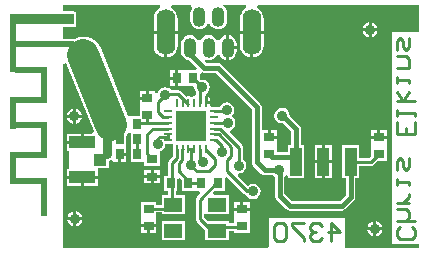
<source format=gbl>
%FSAX24Y24*%
%MOIN*%
G70*
G01*
G75*
G04 Layer_Physical_Order=2*
G04 Layer_Color=16711680*
%ADD10C,0.0394*%
%ADD11R,0.0118X0.0630*%
%ADD12O,0.0118X0.0630*%
%ADD13R,0.0315X0.0354*%
%ADD14O,0.0807X0.0236*%
%ADD15O,0.0236X0.0807*%
%ADD16R,0.0354X0.0315*%
%ADD17R,0.0354X0.0276*%
%ADD18C,0.0157*%
%ADD19C,0.0100*%
%ADD20R,0.1075X0.1032*%
%ADD21O,0.0433X0.0669*%
%ADD22C,0.0157*%
%ADD23O,0.0630X0.1535*%
%ADD24O,0.0591X0.0866*%
%ADD25C,0.0350*%
%ADD26R,0.1299X0.0945*%
%ADD27R,0.0394X0.0945*%
%ADD28R,0.0276X0.0354*%
%ADD29O,0.0276X0.0098*%
%ADD30O,0.0098X0.0276*%
%ADD31R,0.1024X0.1024*%
%ADD32R,0.0413X0.0394*%
%ADD33R,0.0866X0.0413*%
%ADD34R,0.0630X0.0492*%
%ADD35C,0.0104*%
%ADD36C,0.1080*%
%ADD37C,0.0297*%
%ADD38R,0.1504X0.1154*%
%ADD39R,0.0197X0.1063*%
%ADD40R,0.1126X0.0197*%
%ADD41R,0.1169X0.0197*%
%ADD42R,0.1098X0.0197*%
%ADD43R,0.0197X0.0945*%
%ADD44R,0.0197X0.0984*%
%ADD45R,0.1114X0.0197*%
%ADD46R,0.0197X0.1969*%
%ADD47R,0.1957X0.0354*%
%ADD48R,0.2012X0.0197*%
%ADD49R,0.1130X0.0197*%
%ADD50R,0.0197X0.1173*%
G36*
X014215Y007530D02*
X013306D01*
Y000475D01*
X014215D01*
Y000340D01*
X011750D01*
Y000340D01*
Y000384D01*
X011750Y000404D01*
X011750Y000404D01*
X011750Y000404D01*
Y001342D01*
X009193D01*
Y000404D01*
X009193Y000404D01*
X009193Y000404D01*
X009193Y000384D01*
X009149Y000340D01*
X002358D01*
Y006487D01*
X002448Y006504D01*
X003364Y004221D01*
X003313Y004146D01*
X003038D01*
Y003870D01*
X002555D01*
Y003810D01*
X002476D01*
Y003575D01*
X002555D01*
Y002984D01*
X002476D01*
Y002749D01*
X002555D01*
Y002689D01*
X003421D01*
Y002749D01*
X003500D01*
Y002984D01*
D01*
Y002984D01*
X003520Y003004D01*
X003874D01*
Y003237D01*
X003952Y003283D01*
X004012Y003251D01*
Y003201D01*
X004178D01*
Y003457D01*
X004228D01*
Y003507D01*
X004445D01*
Y003713D01*
D01*
Y003713D01*
X004445Y003713D01*
Y003713D01*
X004445D01*
X004445D01*
Y004062D01*
X004462Y004082D01*
X004514Y004177D01*
X004602Y004155D01*
Y003713D01*
D01*
X004602Y003713D01*
X004602Y003713D01*
D01*
D01*
Y003713D01*
X004602D01*
D01*
Y003201D01*
X005035D01*
D01*
X005035D01*
X005055Y003181D01*
Y003083D01*
X005567D01*
Y003516D01*
X005567D01*
Y003569D01*
X005603Y003576D01*
X005687Y003632D01*
X005743Y003716D01*
X005758Y003792D01*
X005765Y003796D01*
X005942D01*
X005992Y003806D01*
X005992Y003806D01*
X005999Y003740D01*
X005999Y003740D01*
X005999D01*
Y003655D01*
X005998Y003651D01*
Y003386D01*
X005888Y003276D01*
X005860Y003233D01*
X005850Y003183D01*
Y002751D01*
X005713D01*
Y002239D01*
X005850D01*
Y002108D01*
X005626D01*
Y001785D01*
X005449D01*
Y001862D01*
X004937D01*
Y001390D01*
X004937Y001390D01*
X004937Y001311D01*
X004937D01*
Y001125D01*
X005449D01*
Y001311D01*
D01*
Y001311D01*
X005449Y001311D01*
Y001390D01*
X005449D01*
Y001522D01*
X005626D01*
Y001459D01*
X006413D01*
Y002108D01*
X006112D01*
Y002239D01*
X006146D01*
Y002632D01*
X006230Y002667D01*
X006304Y002593D01*
Y002239D01*
X006885D01*
X006920Y002155D01*
X006809Y002045D01*
X006780Y002002D01*
X006770Y001952D01*
Y001311D01*
X006771Y001309D01*
X006770Y001307D01*
X006780Y001257D01*
X006809Y001214D01*
X007083Y000940D01*
Y000593D01*
X007870D01*
Y000896D01*
X008047D01*
Y000839D01*
X008559D01*
Y001311D01*
D01*
Y001311D01*
X008559Y001311D01*
Y001390D01*
X008559D01*
Y001576D01*
X008047D01*
Y001390D01*
X008047Y001390D01*
X008047Y001311D01*
X008047D01*
Y001159D01*
X007870D01*
Y001242D01*
X007152D01*
X007033Y001361D01*
Y001459D01*
X007083D01*
Y001459D01*
X007870D01*
Y002108D01*
X007363D01*
X007328Y002192D01*
X007375Y002239D01*
X007737D01*
Y002675D01*
X007821Y002710D01*
X008383Y002147D01*
X008391Y002136D01*
X008391Y002136D01*
X008391Y002136D01*
X008413Y002121D01*
X008434Y002107D01*
X008434Y002107D01*
X008434Y002107D01*
X008448Y002104D01*
X008490Y002041D01*
X008574Y001985D01*
X008673Y001966D01*
X008772Y001985D01*
X008856Y002041D01*
X008912Y002125D01*
X008932Y002224D01*
X008912Y002323D01*
X008856Y002407D01*
X008772Y002463D01*
X008673Y002483D01*
X008574Y002463D01*
X008493Y002409D01*
X008177Y002726D01*
X008197Y002828D01*
X008296Y002848D01*
X008380Y002904D01*
X008436Y002988D01*
X008456Y003087D01*
X008436Y003186D01*
X008380Y003270D01*
X008356Y003286D01*
Y003684D01*
X008346Y003735D01*
X008317Y003777D01*
X007905Y004189D01*
X007930Y004269D01*
X008014Y004325D01*
X008070Y004409D01*
X008089Y004508D01*
X008070Y004607D01*
X008014Y004691D01*
X007978Y004715D01*
Y004754D01*
X008034Y004838D01*
X008054Y004937D01*
X008034Y005036D01*
X007978Y005120D01*
X007894Y005176D01*
X007795Y005195D01*
X007696Y005176D01*
X007612Y005120D01*
X007562Y005045D01*
X007374D01*
X007358Y005041D01*
X007300D01*
X007245Y005082D01*
X007244Y005098D01*
X007244Y005098D01*
X007244D01*
Y005137D01*
X007113D01*
Y005187D01*
X007063D01*
Y005396D01*
X007063Y005396D01*
X007113Y005406D01*
X007102Y005465D01*
X007163Y005506D01*
X007219Y005590D01*
X007239Y005689D01*
X007219Y005788D01*
X007163Y005872D01*
X007079Y005928D01*
X006980Y005948D01*
X006980Y005948D01*
X006980Y005948D01*
X006917Y005953D01*
Y006132D01*
X006988Y006190D01*
X007028Y006182D01*
X007430D01*
X008643Y004969D01*
Y003193D01*
X008643Y003193D01*
X008653Y003142D01*
X008655Y003131D01*
X008690Y003079D01*
X008953Y002816D01*
X008953Y002816D01*
X009005Y002781D01*
X009067Y002769D01*
X009348D01*
X009368Y002738D01*
X009398Y002718D01*
Y002083D01*
X009398Y002083D01*
X009409Y002031D01*
X009411Y002021D01*
X009446Y001969D01*
X009446Y001969D01*
X009446Y001969D01*
Y001969D01*
X009784Y001631D01*
X009784Y001631D01*
X009836Y001596D01*
X009836Y001596D01*
X009836Y001596D01*
D01*
X009836Y001596D01*
X009836Y001596D01*
X009898Y001584D01*
X011630D01*
X011630Y001584D01*
X011681Y001594D01*
X011691Y001596D01*
X011743Y001631D01*
X011743Y001631D01*
X011743Y001631D01*
X012040Y001927D01*
X012040Y001927D01*
X012075Y001980D01*
X012087Y002041D01*
Y002657D01*
X012202D01*
Y003077D01*
X012602D01*
X012653Y003087D01*
X012695Y003116D01*
X012695Y003116D01*
X012695Y003116D01*
X012819Y003240D01*
X013126D01*
Y003713D01*
D01*
Y003713D01*
X013126Y003713D01*
Y003791D01*
X013126D01*
Y003978D01*
X012614D01*
Y003791D01*
X012614Y003791D01*
X012614Y003713D01*
X012614D01*
Y003406D01*
X012548Y003340D01*
X012202D01*
Y003760D01*
X011651D01*
Y002657D01*
X011766D01*
Y002107D01*
X011563Y001905D01*
X009964D01*
X009720Y002149D01*
Y002701D01*
X009793Y002755D01*
X009840Y002740D01*
Y002657D01*
X010391D01*
Y003760D01*
X010276D01*
Y004298D01*
X010264Y004359D01*
X010229Y004411D01*
X010229Y004411D01*
X009898Y004742D01*
X009900Y004752D01*
X009881Y004851D01*
X009825Y004935D01*
X009741Y004991D01*
X009642Y005011D01*
X009543Y004991D01*
X009459Y004935D01*
X009403Y004851D01*
X009383Y004752D01*
X009403Y004653D01*
X009459Y004569D01*
X009543Y004513D01*
X009642Y004493D01*
X009685Y004502D01*
X009955Y004231D01*
Y003760D01*
X009840D01*
Y003539D01*
X009477D01*
Y003711D01*
D01*
Y003711D01*
X009477Y003711D01*
Y003790D01*
X009477D01*
Y003976D01*
X009221D01*
Y004026D01*
X009171D01*
Y004262D01*
X009028D01*
X009028Y004262D01*
X009028Y004262D01*
X008965Y004262D01*
X008964Y004264D01*
Y005035D01*
X008964Y005035D01*
X008951Y005097D01*
X008940Y005114D01*
X008917Y005149D01*
X008917Y005149D01*
X007610Y006456D01*
X007558Y006491D01*
X007547Y006493D01*
X007496Y006503D01*
X007496Y006503D01*
X007115D01*
X007072Y006583D01*
X007099Y006624D01*
X007124Y006614D01*
X007201Y006604D01*
X007278Y006614D01*
X007350Y006644D01*
X007411Y006691D01*
X007459Y006753D01*
X007470Y006781D01*
X007561D01*
X007573Y006753D01*
X007620Y006691D01*
X007682Y006644D01*
X007754Y006614D01*
X007781Y006610D01*
Y007020D01*
Y007429D01*
X007754Y007425D01*
X007682Y007396D01*
X007620Y007348D01*
X007573Y007287D01*
X007561Y007259D01*
X007470D01*
X007459Y007287D01*
X007411Y007348D01*
X007350Y007396D01*
X007278Y007425D01*
X007201Y007436D01*
X007124Y007425D01*
X007052Y007396D01*
X006990Y007348D01*
X006943Y007287D01*
X006931Y007259D01*
X006840D01*
X006829Y007287D01*
X006781Y007348D01*
X006720Y007396D01*
X006648Y007425D01*
X006571Y007436D01*
X006494Y007425D01*
X006422Y007396D01*
X006360Y007348D01*
X006313Y007287D01*
X006283Y007215D01*
X006273Y007138D01*
Y006902D01*
X006283Y006824D01*
X006313Y006753D01*
X006360Y006691D01*
X006422Y006644D01*
X006494Y006614D01*
X006534Y006609D01*
X006799Y006344D01*
X006764Y006260D01*
X006445D01*
D01*
D01*
X006445Y006260D01*
X006366D01*
Y006260D01*
X006180D01*
Y006004D01*
Y005748D01*
X006366D01*
Y005748D01*
X006366D01*
X006366Y005748D01*
X006445D01*
Y005748D01*
X006673D01*
X006722Y005689D01*
X006741Y005590D01*
X006782Y005529D01*
Y005453D01*
Y005453D01*
X006720Y005406D01*
X006670Y005396D01*
X006627Y005367D01*
X006615D01*
X006573Y005396D01*
X006523Y005406D01*
X006473Y005396D01*
X006457Y005385D01*
X006284Y005557D01*
X006242Y005586D01*
X006191Y005596D01*
X005950D01*
X005931Y005624D01*
X005875Y005661D01*
X005902Y005748D01*
X006080D01*
Y005954D01*
X005894D01*
Y005748D01*
D01*
X005848Y005679D01*
X005847Y005680D01*
X005748Y005700D01*
X005649Y005680D01*
X005565Y005624D01*
X005509Y005540D01*
X005500Y005494D01*
X005409Y005503D01*
Y005563D01*
X005204D01*
Y005327D01*
X005154D01*
Y005277D01*
X004898D01*
Y005091D01*
X004898Y005091D01*
X004898Y005012D01*
X004898D01*
Y004736D01*
X004563D01*
Y004736D01*
X004497D01*
X003592Y006991D01*
X003536Y007099D01*
X003459Y007194D01*
X003366Y007273D01*
X003259Y007331D01*
X003143Y007368D01*
X003022Y007381D01*
X002900Y007371D01*
X002783Y007337D01*
X002735Y007311D01*
X002709Y007316D01*
X002358D01*
Y007707D01*
X002497D01*
X002497Y007707D01*
X002589D01*
X002589Y007707D01*
X002709D01*
X002739Y007713D01*
X002765Y007731D01*
X002783Y007757D01*
X002789Y007787D01*
Y007891D01*
X002792Y007907D01*
X002789D01*
Y008007D01*
X002792D01*
X002789Y008022D01*
Y008142D01*
X002783Y008172D01*
X002765Y008199D01*
X002739Y008216D01*
X002709Y008222D01*
X002358D01*
Y008424D01*
X005563D01*
X005581Y008335D01*
X005565Y008328D01*
X005483Y008265D01*
X005420Y008183D01*
X005380Y008087D01*
X005367Y007984D01*
Y007581D01*
X006161D01*
Y007984D01*
X006147Y008087D01*
X006108Y008183D01*
X006045Y008265D01*
X005962Y008328D01*
X005947Y008335D01*
X005964Y008424D01*
X006612D01*
X006652Y008342D01*
X006628Y008310D01*
X006598Y008238D01*
X006588Y008161D01*
Y007925D01*
X006598Y007848D01*
X006628Y007776D01*
X006675Y007715D01*
X006737Y007667D01*
X006809Y007638D01*
X006886Y007627D01*
X006963Y007638D01*
X007035Y007667D01*
X007096Y007715D01*
X007144Y007776D01*
X007155Y007804D01*
X007246D01*
X007258Y007776D01*
X007305Y007715D01*
X007367Y007667D01*
X007439Y007638D01*
X007516Y007627D01*
X007593Y007638D01*
X007665Y007667D01*
X007726Y007715D01*
X007774Y007776D01*
X007803Y007848D01*
X007814Y007925D01*
Y008161D01*
X007803Y008238D01*
X007774Y008310D01*
X007726Y008372D01*
X007665Y008419D01*
X007666Y008424D01*
X008437D01*
X008455Y008335D01*
X008439Y008328D01*
X008357Y008265D01*
X008294Y008183D01*
X008254Y008087D01*
X008241Y007984D01*
Y007581D01*
X009035D01*
Y007984D01*
X009021Y008087D01*
X008982Y008183D01*
X008919Y008265D01*
X008836Y008328D01*
X008821Y008335D01*
X008838Y008424D01*
X014215D01*
Y007530D01*
D02*
G37*
%LPC*%
G36*
X005261Y002659D02*
X005055D01*
Y002492D01*
X005261D01*
Y002659D01*
D02*
G37*
G36*
X010971Y003159D02*
X010746D01*
Y002657D01*
X010971D01*
Y003159D01*
D02*
G37*
G36*
X005567Y002659D02*
X005361D01*
Y002492D01*
X005567D01*
Y002659D01*
D02*
G37*
G36*
X008559Y001862D02*
X008353D01*
Y001676D01*
X008559D01*
Y001862D01*
D02*
G37*
G36*
X002938Y002649D02*
X002476D01*
Y002413D01*
X002938D01*
Y002649D01*
D02*
G37*
G36*
X003500D02*
X003038D01*
Y002413D01*
X003500D01*
Y002649D01*
D02*
G37*
G36*
X004445Y003407D02*
X004278D01*
Y003201D01*
X004445D01*
Y003407D01*
D02*
G37*
G36*
X010971Y003760D02*
X010746D01*
Y003259D01*
X010971D01*
Y003760D01*
D02*
G37*
G36*
X011297D02*
X011071D01*
Y003259D01*
X011297D01*
Y003760D01*
D02*
G37*
G36*
Y003159D02*
X011071D01*
Y002657D01*
X011297D01*
Y003159D01*
D02*
G37*
G36*
X005261Y002925D02*
X005055D01*
Y002759D01*
X005261D01*
Y002925D01*
D02*
G37*
G36*
X005567D02*
X005361D01*
Y002759D01*
X005567D01*
Y002925D01*
D02*
G37*
G36*
X005143Y001025D02*
X004937D01*
Y000839D01*
X005143D01*
Y001025D01*
D02*
G37*
G36*
X005449D02*
X005243D01*
Y000839D01*
X005449D01*
Y001025D01*
D02*
G37*
G36*
X012686Y001225D02*
X012637Y001215D01*
X012553Y001159D01*
X012497Y001075D01*
X012487Y001026D01*
X012686D01*
Y001225D01*
D02*
G37*
G36*
X006413Y001242D02*
X005626D01*
Y000593D01*
X006413D01*
Y001242D01*
D02*
G37*
G36*
X012686Y000926D02*
X012487D01*
X012497Y000877D01*
X012553Y000793D01*
X012637Y000737D01*
X012686Y000728D01*
Y000926D01*
D02*
G37*
G36*
X012985D02*
X012786D01*
Y000728D01*
X012835Y000737D01*
X012919Y000793D01*
X012975Y000877D01*
X012985Y000926D01*
D02*
G37*
G36*
X002690Y001556D02*
X002641Y001546D01*
X002557Y001490D01*
X002501Y001406D01*
X002491Y001357D01*
X002690D01*
Y001556D01*
D02*
G37*
G36*
X002790D02*
Y001357D01*
X002989D01*
X002979Y001406D01*
X002923Y001490D01*
X002839Y001546D01*
X002790Y001556D01*
D02*
G37*
G36*
X008253Y001862D02*
X008047D01*
Y001676D01*
X008253D01*
Y001862D01*
D02*
G37*
G36*
X012786Y001225D02*
Y001026D01*
X012985D01*
X012975Y001075D01*
X012919Y001159D01*
X012835Y001215D01*
X012786Y001225D01*
D02*
G37*
G36*
X002690Y001257D02*
X002491D01*
X002501Y001208D01*
X002557Y001124D01*
X002641Y001068D01*
X002690Y001058D01*
Y001257D01*
D02*
G37*
G36*
X002989D02*
X002790D01*
Y001058D01*
X002839Y001068D01*
X002923Y001124D01*
X002979Y001208D01*
X002989Y001257D01*
D02*
G37*
G36*
X002938Y004146D02*
X002476D01*
Y003910D01*
X002938D01*
Y004146D01*
D02*
G37*
G36*
X005714Y007481D02*
X005367D01*
Y007079D01*
X005380Y006976D01*
X005420Y006880D01*
X005483Y006798D01*
X005565Y006735D01*
X005661Y006695D01*
X005714Y006688D01*
Y007481D01*
D02*
G37*
G36*
X006161D02*
X005814D01*
Y006688D01*
X005867Y006695D01*
X005962Y006735D01*
X006045Y006798D01*
X006108Y006880D01*
X006147Y006976D01*
X006161Y007079D01*
Y007481D01*
D02*
G37*
G36*
X008588D02*
X008241D01*
Y007079D01*
X008254Y006976D01*
X008294Y006880D01*
X008357Y006798D01*
X008439Y006735D01*
X008535Y006695D01*
X008588Y006688D01*
Y007481D01*
D02*
G37*
G36*
X011750Y006043D02*
X011071D01*
Y005542D01*
X011750D01*
Y006043D01*
D02*
G37*
G36*
X006080Y006260D02*
X005894D01*
Y006054D01*
X006080D01*
Y006260D01*
D02*
G37*
G36*
X008129Y006970D02*
X007881D01*
Y006610D01*
X007908Y006614D01*
X007980Y006644D01*
X008041Y006691D01*
X008089Y006753D01*
X008118Y006824D01*
X008129Y006902D01*
Y006970D01*
D02*
G37*
G36*
X012824Y007560D02*
X012625D01*
Y007361D01*
X012674Y007371D01*
X012758Y007427D01*
X012814Y007511D01*
X012824Y007560D01*
D02*
G37*
G36*
X012525Y007859D02*
X012476Y007849D01*
X012392Y007793D01*
X012336Y007709D01*
X012326Y007660D01*
X012525D01*
Y007859D01*
D02*
G37*
G36*
X012625D02*
Y007660D01*
X012824D01*
X012814Y007709D01*
X012758Y007793D01*
X012674Y007849D01*
X012625Y007859D01*
D02*
G37*
G36*
X009035Y007481D02*
X008688D01*
Y006688D01*
X008741Y006695D01*
X008836Y006735D01*
X008919Y006798D01*
X008982Y006880D01*
X009021Y006976D01*
X009035Y007079D01*
Y007481D01*
D02*
G37*
G36*
X007881Y007429D02*
Y007070D01*
X008129D01*
Y007138D01*
X008118Y007215D01*
X008089Y007287D01*
X008041Y007348D01*
X007980Y007396D01*
X007908Y007425D01*
X007881Y007429D01*
D02*
G37*
G36*
X012525Y007560D02*
X012326D01*
X012336Y007511D01*
X012392Y007427D01*
X012476Y007371D01*
X012525Y007361D01*
Y007560D01*
D02*
G37*
G36*
X002663Y004686D02*
X002464D01*
X002474Y004637D01*
X002530Y004553D01*
X002614Y004497D01*
X002663Y004487D01*
Y004686D01*
D02*
G37*
G36*
X002961D02*
X002763D01*
Y004487D01*
X002812Y004497D01*
X002896Y004553D01*
X002952Y004637D01*
X002961Y004686D01*
D02*
G37*
G36*
X002663Y004985D02*
X002614Y004975D01*
X002530Y004919D01*
X002474Y004835D01*
X002464Y004786D01*
X002663D01*
Y004985D01*
D02*
G37*
G36*
X009477Y004262D02*
X009271D01*
Y004076D01*
X009477D01*
Y004262D01*
D02*
G37*
G36*
X012820Y004264D02*
X012614D01*
Y004078D01*
X012820D01*
Y004264D01*
D02*
G37*
G36*
X013126D02*
X012920D01*
Y004078D01*
X013126D01*
Y004264D01*
D02*
G37*
G36*
X007163Y005396D02*
Y005237D01*
X007244D01*
Y005275D01*
X007234Y005325D01*
X007206Y005367D01*
X007163Y005396D01*
D02*
G37*
G36*
X005104Y005563D02*
X004898D01*
Y005377D01*
X005104D01*
Y005563D01*
D02*
G37*
G36*
X010971Y006043D02*
X010293D01*
Y005542D01*
X010971D01*
Y006043D01*
D02*
G37*
G36*
X002763Y004985D02*
Y004786D01*
X002961D01*
X002952Y004835D01*
X002896Y004919D01*
X002812Y004975D01*
X002763Y004985D01*
D02*
G37*
G36*
X010971Y005442D02*
X010293D01*
Y004941D01*
X010971D01*
Y005442D01*
D02*
G37*
G36*
X011750D02*
X011071D01*
Y004941D01*
X011750D01*
Y005442D01*
D02*
G37*
%LPD*%
D13*
X004248Y004480D02*
D03*
X004799D02*
D03*
X006681Y006004D02*
D03*
X006130D02*
D03*
D16*
X008303Y001075D02*
D03*
Y001626D02*
D03*
X005193Y001626D02*
D03*
Y001075D02*
D03*
X005154Y005327D02*
D03*
Y004776D02*
D03*
X012870Y003476D02*
D03*
Y004028D02*
D03*
X009221Y003475D02*
D03*
Y004026D02*
D03*
D17*
X005311Y003299D02*
D03*
Y002709D02*
D03*
D18*
X007496Y006343D02*
X008803Y005035D01*
Y003193D02*
Y005035D01*
Y003193D02*
X009067Y002929D01*
X007028Y006343D02*
X007496D01*
X006563Y006984D02*
X006587Y007008D01*
X006563Y006807D02*
Y006984D01*
Y006807D02*
X007026Y006344D01*
X010116Y003209D02*
Y004298D01*
X009772Y004642D02*
X010116Y004298D01*
X009772Y004642D02*
Y004646D01*
X009559Y002083D02*
Y002921D01*
Y002083D02*
X009898Y001744D01*
X009067Y002929D02*
X009409D01*
X009898Y001744D02*
X011630D01*
X011927Y002041D01*
Y003209D01*
X009221Y003475D02*
X009318Y003378D01*
X009946D01*
X010116Y003209D01*
D19*
X005722Y001654D02*
X005981Y001913D01*
X005183Y001654D02*
X005722D01*
X006792Y002893D02*
X007200D01*
X006677Y003008D02*
X006792Y002893D01*
X007043Y003236D02*
X007051D01*
X006917Y003362D02*
X007043Y003236D01*
X006917Y003362D02*
Y003650D01*
X006917Y003651D02*
X006917Y003650D01*
X007322Y003398D02*
Y003398D01*
X007118Y003602D02*
X007322Y003398D01*
X007118Y003602D02*
Y003638D01*
X005981Y001913D02*
Y003183D01*
X006224Y002887D02*
Y003174D01*
X007200Y002893D02*
X007421Y003114D01*
X006224Y003174D02*
X006308Y003257D01*
X005981Y003183D02*
X006129Y003331D01*
Y003651D01*
X006308Y003257D02*
Y003633D01*
X007322Y003398D02*
X007421Y003299D01*
Y003114D02*
Y003299D01*
X006902Y001952D02*
X007450Y002500D01*
X006902Y001311D02*
Y001952D01*
X007232Y001028D02*
X008150D01*
X006902Y001307D02*
X007230Y000979D01*
X008484Y002228D02*
X008764Y002228D01*
X008484Y002228D02*
X008486Y002230D01*
X007811Y002906D02*
X008486Y002230D01*
X007795Y004937D02*
X007807D01*
X007850Y004913D01*
X005157Y004146D02*
X005332Y004320D01*
X005157Y003484D02*
Y004146D01*
Y003484D02*
X005244Y003398D01*
X006308Y003633D02*
X006326Y003651D01*
X006224Y002887D02*
X006228Y002883D01*
Y002855D02*
Y002883D01*
Y002855D02*
X006472Y002610D01*
X008197Y003087D02*
Y003138D01*
X008188Y003146D02*
X008197Y003138D01*
X007532Y004124D02*
X007938Y003718D01*
X007811Y003279D02*
X007938Y003406D01*
Y003718D01*
X007634Y003532D02*
Y003547D01*
X007626Y003524D02*
X007634Y003532D01*
X007811Y002906D02*
Y003279D01*
X007626Y003524D02*
Y003750D01*
X008224Y003083D02*
Y003684D01*
X007389Y004320D02*
X007588D01*
X007389Y004124D02*
X007532D01*
X007588Y004320D02*
X008224Y003684D01*
X007450Y003927D02*
X007626Y003750D01*
X007389Y003927D02*
X007450D01*
X007374Y004913D02*
X007850D01*
X007833Y004517D02*
X007870Y004480D01*
X007389Y004517D02*
X007833D01*
X008162Y003079D02*
X008220D01*
X008162D02*
Y003146D01*
X008188D01*
X008220Y003079D02*
X008224Y003083D01*
X006622Y003106D02*
X006654Y003075D01*
X006677Y003008D02*
Y003098D01*
X005332Y004320D02*
X005854D01*
X004839Y004520D02*
X005851D01*
X006622Y003651D02*
Y003654D01*
X006191Y005465D02*
X006519Y005137D01*
X006622Y003106D02*
Y003651D01*
X005516Y005197D02*
X005783Y005465D01*
X006622Y003651D02*
X006628D01*
X006523D02*
X006622D01*
X005783Y005465D02*
X006191D01*
X005516Y004886D02*
Y005197D01*
X005687Y004714D02*
X005854D01*
X005516Y004886D02*
X005687Y004714D01*
X004799Y004480D02*
X004839Y004520D01*
X006917Y005187D02*
Y005450D01*
X006913Y005453D02*
Y005634D01*
X006681Y006004D02*
X006866Y005819D01*
X006536Y002503D02*
X006946D01*
X004819Y003457D02*
Y003969D01*
X004248Y003988D02*
Y004480D01*
X005134Y004558D02*
Y004795D01*
X011927Y003209D02*
X012602D01*
X012870Y003476D01*
X005843Y004028D02*
X005854Y004017D01*
Y004124D01*
X006628Y003651D02*
X006630Y003654D01*
X013984Y001053D02*
X014084Y000953D01*
Y000754D01*
X013984Y000654D01*
X013584D01*
X013484Y000754D01*
Y000953D01*
X013584Y001053D01*
X014084Y001253D02*
X013484D01*
X013784D01*
X013884Y001353D01*
Y001553D01*
X013784Y001653D01*
X013484D01*
X013884Y001853D02*
X013484D01*
X013684D01*
X013784Y001953D01*
X013884Y002053D01*
Y002153D01*
X013484Y002453D02*
Y002653D01*
Y002553D01*
X013884D01*
Y002453D01*
X013484Y002953D02*
Y003253D01*
X013584Y003353D01*
X013684Y003253D01*
Y003053D01*
X013784Y002953D01*
X013884Y003053D01*
Y003353D01*
X014084Y004552D02*
Y004152D01*
X013484D01*
Y004552D01*
X013784Y004152D02*
Y004352D01*
X013484Y004752D02*
Y004952D01*
Y004852D01*
X014084D01*
Y004752D01*
X013484Y005252D02*
X014084D01*
X013684D02*
X013884Y005552D01*
X013684Y005252D02*
X013484Y005552D01*
Y005852D02*
Y006052D01*
Y005952D01*
X013884D01*
Y005852D01*
X013484Y006352D02*
X013884D01*
Y006652D01*
X013784Y006752D01*
X013484D01*
Y006952D02*
Y007251D01*
X013584Y007351D01*
X013684Y007251D01*
Y007051D01*
X013784Y006952D01*
X013884Y007051D01*
Y007351D01*
X011271Y000563D02*
Y001163D01*
X011571Y000863D01*
X011171D01*
X010971Y001063D02*
X010871Y001163D01*
X010671D01*
X010571Y001063D01*
Y000963D01*
X010671Y000863D01*
X010771D01*
X010671D01*
X010571Y000763D01*
Y000663D01*
X010671Y000563D01*
X010871D01*
X010971Y000663D01*
X010371Y001163D02*
X009971D01*
Y001063D01*
X010371Y000663D01*
Y000563D01*
X009771Y001063D02*
X009671Y001163D01*
X009472D01*
X009372Y001063D01*
Y000663D01*
X009472Y000563D01*
X009671D01*
X009771Y000663D01*
Y001063D01*
D21*
X006886Y008043D02*
D03*
X007516D02*
D03*
X006571Y007020D02*
D03*
X007831Y007020D02*
D03*
X007201Y007020D02*
D03*
D23*
X005764Y007531D02*
D03*
X008638D02*
D03*
D24*
X008638Y007835D02*
D03*
Y007228D02*
D03*
Y007633D02*
D03*
Y007430D02*
D03*
X005764D02*
D03*
Y007633D02*
D03*
Y007228D02*
D03*
Y007835D02*
D03*
D25*
X006594Y003114D02*
D03*
X007024Y003197D02*
D03*
X009642Y004752D02*
D03*
X009551Y002921D02*
D03*
X008673Y002224D02*
D03*
X007795Y004937D02*
D03*
X006980Y005689D02*
D03*
X005748Y005441D02*
D03*
X005504Y003815D02*
D03*
X008197Y003087D02*
D03*
X007634Y003547D02*
D03*
X007831Y004508D02*
D03*
X002543Y007957D02*
D03*
X006385Y004183D02*
D03*
X006857D02*
D03*
X006385Y004655D02*
D03*
X006857D02*
D03*
X002713Y004736D02*
D03*
X002740Y001307D02*
D03*
X012575Y007610D02*
D03*
X012736Y000976D02*
D03*
D26*
X011021Y005492D02*
D03*
D27*
X010116Y003209D02*
D03*
X011021D02*
D03*
X011927D02*
D03*
D28*
X004228Y003969D02*
D03*
X004819D02*
D03*
X005930Y002495D02*
D03*
X006520D02*
D03*
X004228Y003457D02*
D03*
X004819D02*
D03*
X006930Y002495D02*
D03*
X007520D02*
D03*
D29*
X005854Y003927D02*
D03*
Y004124D02*
D03*
Y004320D02*
D03*
Y004517D02*
D03*
Y004714D02*
D03*
Y004911D02*
D03*
X007389D02*
D03*
Y004714D02*
D03*
Y004517D02*
D03*
Y004320D02*
D03*
Y004124D02*
D03*
Y003927D02*
D03*
D30*
X006129Y005187D02*
D03*
X006326D02*
D03*
X006523D02*
D03*
X006720D02*
D03*
X006917D02*
D03*
X007113D02*
D03*
Y003651D02*
D03*
X006917D02*
D03*
X006720D02*
D03*
X006523D02*
D03*
X006326D02*
D03*
X006129D02*
D03*
D31*
X006621Y004419D02*
D03*
D32*
X003589Y003280D02*
D03*
D33*
X002988Y002699D02*
D03*
Y003860D02*
D03*
D34*
X006020Y000917D02*
D03*
Y001783D02*
D03*
X007476D02*
D03*
Y000917D02*
D03*
D35*
X005555Y004028D02*
X005843D01*
X005512Y003984D02*
X005555Y004028D01*
X005504Y003984D02*
X005512D01*
X005504Y003815D02*
Y003984D01*
D36*
X003015Y006760D02*
X003949Y004433D01*
D37*
X003795Y003476D02*
Y004343D01*
D38*
X011020Y005490D02*
D03*
D39*
X000681Y003004D02*
D03*
X000681Y004854D02*
D03*
D40*
X001256Y004421D02*
D03*
D41*
X001234Y005287D02*
D03*
D42*
X001270Y003437D02*
D03*
D43*
X001720Y003929D02*
D03*
D44*
X001720Y005787D02*
D03*
D45*
X001262Y006272D02*
D03*
D46*
X000681Y007157D02*
D03*
D47*
X001730Y007965D02*
D03*
D48*
X001703Y007138D02*
D03*
D49*
X001254Y002571D02*
D03*
D50*
X001720Y001972D02*
D03*
M02*

</source>
